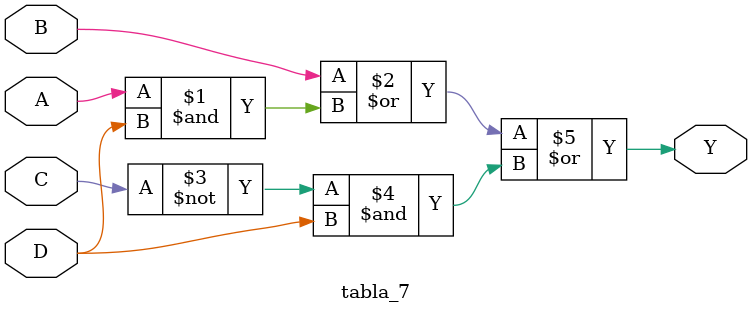
<source format=v>
module tabla_7(input wire A,B,C,D, output wire Y);

  assign Y = (B) | (A & D) | (~C & D);
              
endmodule



</source>
